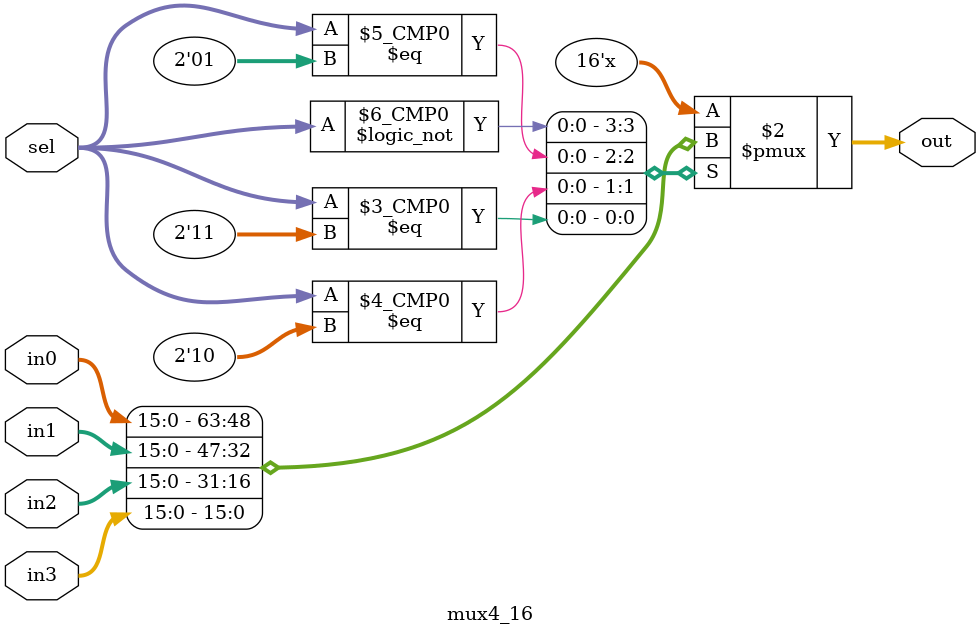
<source format=v>
module mux4_16 (sel, in0, in1, in2, in3, out);
	input	[1:0]	sel;
	input	[15:0]	in0, in1, in2, in3;
	output 	reg	[15:0]	out;
	always @(*) begin
		case (sel)
			2'b00: out <= in0;
			2'b01: out <= in1;
			2'b10: out <= in2;
			2'b11: out <= in3;
		endcase // sel
	end

endmodule
</source>
